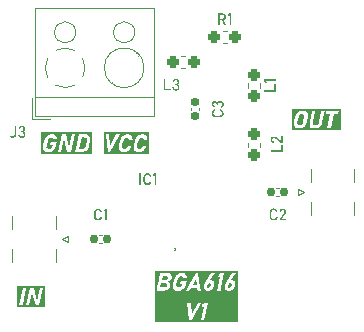
<source format=gbr>
%TF.GenerationSoftware,KiCad,Pcbnew,8.0.2*%
%TF.CreationDate,2025-01-11T00:45:03-03:00*%
%TF.ProjectId,rx_amp,72785f61-6d70-42e6-9b69-6361645f7063,rev?*%
%TF.SameCoordinates,Original*%
%TF.FileFunction,Legend,Top*%
%TF.FilePolarity,Positive*%
%FSLAX46Y46*%
G04 Gerber Fmt 4.6, Leading zero omitted, Abs format (unit mm)*
G04 Created by KiCad (PCBNEW 8.0.2) date 2025-01-11 00:45:03*
%MOMM*%
%LPD*%
G01*
G04 APERTURE LIST*
G04 Aperture macros list*
%AMRoundRect*
0 Rectangle with rounded corners*
0 $1 Rounding radius*
0 $2 $3 $4 $5 $6 $7 $8 $9 X,Y pos of 4 corners*
0 Add a 4 corners polygon primitive as box body*
4,1,4,$2,$3,$4,$5,$6,$7,$8,$9,$2,$3,0*
0 Add four circle primitives for the rounded corners*
1,1,$1+$1,$2,$3*
1,1,$1+$1,$4,$5*
1,1,$1+$1,$6,$7*
1,1,$1+$1,$8,$9*
0 Add four rect primitives between the rounded corners*
20,1,$1+$1,$2,$3,$4,$5,0*
20,1,$1+$1,$4,$5,$6,$7,0*
20,1,$1+$1,$6,$7,$8,$9,0*
20,1,$1+$1,$8,$9,$2,$3,0*%
G04 Aperture macros list end*
%ADD10C,0.300000*%
%ADD11C,0.150000*%
%ADD12C,0.250000*%
%ADD13C,0.120000*%
%ADD14C,0.200000*%
%ADD15RoundRect,0.237500X-0.287500X-0.237500X0.287500X-0.237500X0.287500X0.237500X-0.287500X0.237500X0*%
%ADD16C,3.200000*%
%ADD17RoundRect,0.155000X-0.155000X0.212500X-0.155000X-0.212500X0.155000X-0.212500X0.155000X0.212500X0*%
%ADD18RoundRect,0.155000X-0.212500X-0.155000X0.212500X-0.155000X0.212500X0.155000X-0.212500X0.155000X0*%
%ADD19R,3.600000X1.270000*%
%ADD20R,4.200000X1.350000*%
%ADD21RoundRect,0.237500X-0.237500X0.287500X-0.237500X-0.287500X0.237500X-0.287500X0.237500X0.287500X0*%
%ADD22R,0.500000X0.580000*%
%ADD23R,0.800000X0.580000*%
%ADD24R,2.500000X2.500000*%
%ADD25C,2.500000*%
G04 APERTURE END LIST*
D10*
G36*
X127259805Y-114752275D02*
G01*
X127320743Y-114797566D01*
X127337950Y-114862293D01*
X127330635Y-114938982D01*
X127330635Y-114939715D01*
X127309858Y-115003158D01*
X127265422Y-115063913D01*
X127218449Y-115093465D01*
X127143423Y-115107144D01*
X127105923Y-115103753D01*
X127040108Y-115064279D01*
X127021905Y-115015882D01*
X127026187Y-114941181D01*
X127026553Y-114940448D01*
X127029054Y-114929115D01*
X127053298Y-114858840D01*
X127095429Y-114797932D01*
X127143555Y-114763371D01*
X127217795Y-114747374D01*
X127259805Y-114752275D01*
G37*
G36*
X129034474Y-114752275D02*
G01*
X129095412Y-114797566D01*
X129112619Y-114862293D01*
X129105304Y-114938982D01*
X129105304Y-114939715D01*
X129084527Y-115003158D01*
X129040091Y-115063913D01*
X128993118Y-115093465D01*
X128918092Y-115107144D01*
X128880592Y-115103753D01*
X128814777Y-115064279D01*
X128796573Y-115015882D01*
X128800855Y-114941181D01*
X128801221Y-114940448D01*
X128803723Y-114929115D01*
X128827966Y-114858840D01*
X128870098Y-114797932D01*
X128918223Y-114763371D01*
X128992464Y-114747374D01*
X129034474Y-114752275D01*
G37*
G36*
X123534071Y-114741991D02*
G01*
X123597750Y-114779614D01*
X123624952Y-114835851D01*
X123622296Y-114911505D01*
X123621563Y-114914436D01*
X123620444Y-114919643D01*
X123593262Y-114989083D01*
X123542795Y-115045228D01*
X123531030Y-115053543D01*
X123463416Y-115082851D01*
X123387090Y-115091756D01*
X123076270Y-115091756D01*
X123150824Y-114733086D01*
X123461462Y-114733086D01*
X123534071Y-114741991D01*
G37*
G36*
X123641988Y-114147704D02*
G01*
X123708392Y-114181707D01*
X123730996Y-114219358D01*
X123731839Y-114294181D01*
X123707689Y-114361248D01*
X123659299Y-114418379D01*
X123591470Y-114452682D01*
X123517882Y-114462342D01*
X123207102Y-114462342D01*
X123273660Y-114142140D01*
X123584561Y-114142140D01*
X123641988Y-114147704D01*
G37*
G36*
X126150318Y-114852887D02*
G01*
X125801733Y-114852887D01*
X126081699Y-114344373D01*
X126150318Y-114852887D01*
G37*
G36*
X129623314Y-118049167D02*
G01*
X122578553Y-118049167D01*
X122578553Y-116391397D01*
X125354833Y-116391397D01*
X125530687Y-117882500D01*
X125745377Y-117882500D01*
X126515108Y-117882500D01*
X126789881Y-117882500D01*
X127099826Y-116391397D01*
X126864986Y-116391397D01*
X126626849Y-116492147D01*
X126564934Y-116790368D01*
X126756542Y-116721857D01*
X126515108Y-117882500D01*
X125745377Y-117882500D01*
X126540387Y-116391397D01*
X126257554Y-116391397D01*
X125740980Y-117386076D01*
X125637666Y-116391397D01*
X125354833Y-116391397D01*
X122578553Y-116391397D01*
X122578553Y-115362500D01*
X122745220Y-115362500D01*
X122865754Y-115362500D01*
X123357048Y-115362500D01*
X123421980Y-115359915D01*
X123495104Y-115349988D01*
X123573806Y-115328999D01*
X123645390Y-115297876D01*
X123709857Y-115256620D01*
X123743202Y-115228691D01*
X123794090Y-115173230D01*
X123835476Y-115109389D01*
X123867360Y-115037168D01*
X123884703Y-114974713D01*
X124131612Y-114974713D01*
X124136149Y-115051475D01*
X124154990Y-115129492D01*
X124160511Y-115144076D01*
X124195759Y-115210773D01*
X124243744Y-115267095D01*
X124304466Y-115313040D01*
X124346627Y-115335078D01*
X124417016Y-115359585D01*
X124495983Y-115373834D01*
X124573378Y-115377887D01*
X124651894Y-115373559D01*
X124715849Y-115362500D01*
X125225140Y-115362500D01*
X125521162Y-115362500D01*
X125652674Y-115123630D01*
X126186853Y-115123630D01*
X126219086Y-115362500D01*
X126514742Y-115362500D01*
X126461270Y-115040560D01*
X126739635Y-115040560D01*
X126742621Y-115117860D01*
X126761488Y-115194911D01*
X126796843Y-115259918D01*
X126802405Y-115267175D01*
X126862609Y-115322128D01*
X126931451Y-115355307D01*
X127003522Y-115372242D01*
X127086637Y-115377887D01*
X127136514Y-115376021D01*
X127218757Y-115363774D01*
X127222837Y-115362500D01*
X127888242Y-115362500D01*
X128163015Y-115362500D01*
X128229934Y-115040560D01*
X128514304Y-115040560D01*
X128517289Y-115117860D01*
X128536157Y-115194911D01*
X128571511Y-115259918D01*
X128577073Y-115267175D01*
X128637278Y-115322128D01*
X128706120Y-115355307D01*
X128778190Y-115372242D01*
X128861305Y-115377887D01*
X128911182Y-115376021D01*
X128993426Y-115363774D01*
X129069253Y-115340097D01*
X129138663Y-115304990D01*
X129201658Y-115258452D01*
X129249807Y-115210251D01*
X129297810Y-115145388D01*
X129337012Y-115071234D01*
X129363609Y-115000278D01*
X129383741Y-114922496D01*
X129383741Y-114921397D01*
X129388814Y-114895256D01*
X129398418Y-114821334D01*
X129398977Y-114743621D01*
X129385576Y-114666055D01*
X129352600Y-114593135D01*
X129308270Y-114542164D01*
X129242633Y-114502230D01*
X129170276Y-114482206D01*
X129096145Y-114476631D01*
X129087868Y-114476730D01*
X129039741Y-114484225D01*
X129456647Y-113871397D01*
X129145604Y-113871397D01*
X128716591Y-114513633D01*
X128708102Y-114526430D01*
X128667888Y-114591016D01*
X128631394Y-114656604D01*
X128598622Y-114723194D01*
X128573120Y-114782529D01*
X128548247Y-114852767D01*
X128529013Y-114926526D01*
X128529013Y-114927625D01*
X128521791Y-114966964D01*
X128516815Y-115015882D01*
X128514304Y-115040560D01*
X128229934Y-115040560D01*
X128472959Y-113871397D01*
X128238120Y-113871397D01*
X127999983Y-113972147D01*
X127938067Y-114270368D01*
X128129676Y-114201857D01*
X127888242Y-115362500D01*
X127222837Y-115362500D01*
X127294584Y-115340097D01*
X127363995Y-115304990D01*
X127426989Y-115258452D01*
X127475139Y-115210251D01*
X127523141Y-115145388D01*
X127562343Y-115071234D01*
X127588941Y-115000278D01*
X127609072Y-114922496D01*
X127609072Y-114921397D01*
X127614145Y-114895256D01*
X127623750Y-114821334D01*
X127624308Y-114743621D01*
X127610907Y-114666055D01*
X127577931Y-114593135D01*
X127533601Y-114542164D01*
X127467965Y-114502230D01*
X127395608Y-114482206D01*
X127321476Y-114476631D01*
X127313200Y-114476730D01*
X127265073Y-114484225D01*
X127681979Y-113871397D01*
X127370935Y-113871397D01*
X126941923Y-114513633D01*
X126933433Y-114526430D01*
X126893219Y-114591016D01*
X126856726Y-114656604D01*
X126823953Y-114723194D01*
X126798451Y-114782529D01*
X126773578Y-114852767D01*
X126754344Y-114926526D01*
X126754344Y-114927625D01*
X126747123Y-114966964D01*
X126742146Y-115015882D01*
X126739635Y-115040560D01*
X126461270Y-115040560D01*
X126267080Y-113871397D01*
X126092690Y-113871397D01*
X125521642Y-114852887D01*
X125225140Y-115362500D01*
X124715849Y-115362500D01*
X124726976Y-115360576D01*
X124798623Y-115338938D01*
X124866836Y-115308644D01*
X124930949Y-115270496D01*
X124989934Y-115225296D01*
X125043789Y-115173043D01*
X125092516Y-115113738D01*
X125098230Y-115105843D01*
X125139927Y-115039691D01*
X125174480Y-114968227D01*
X125201889Y-114891451D01*
X125220011Y-114819914D01*
X125280461Y-114529021D01*
X124774878Y-114529021D01*
X124718824Y-114799398D01*
X124939376Y-114799398D01*
X124933880Y-114824310D01*
X124915050Y-114889647D01*
X124880070Y-114957776D01*
X124826902Y-115017384D01*
X124778718Y-115050856D01*
X124706899Y-115078445D01*
X124633462Y-115086627D01*
X124599489Y-115085071D01*
X124524304Y-115066457D01*
X124464568Y-115022880D01*
X124446415Y-114997369D01*
X124425298Y-114926423D01*
X124430862Y-114852887D01*
X124522453Y-114412883D01*
X124543605Y-114342780D01*
X124579765Y-114276163D01*
X124629431Y-114220542D01*
X124678089Y-114185122D01*
X124750088Y-114155927D01*
X124823238Y-114147269D01*
X124885018Y-114154843D01*
X124954763Y-114186837D01*
X124995415Y-114227839D01*
X125019243Y-114299310D01*
X125315998Y-114299310D01*
X125316036Y-114291009D01*
X125310512Y-114211654D01*
X125294255Y-114138953D01*
X125263974Y-114066669D01*
X125226444Y-114008716D01*
X125175159Y-113954968D01*
X125113399Y-113911697D01*
X125107296Y-113908293D01*
X125035638Y-113877986D01*
X124963281Y-113861778D01*
X124884055Y-113856376D01*
X124805355Y-113860704D01*
X124730090Y-113873687D01*
X124658260Y-113895325D01*
X124589864Y-113925619D01*
X124525750Y-113963583D01*
X124466766Y-114008600D01*
X124412910Y-114060670D01*
X124364184Y-114119792D01*
X124358492Y-114127642D01*
X124316979Y-114193485D01*
X124282609Y-114264731D01*
X124255384Y-114341381D01*
X124237422Y-114412883D01*
X124145831Y-114852887D01*
X124137457Y-114901274D01*
X124131612Y-114974713D01*
X123884703Y-114974713D01*
X123889742Y-114956568D01*
X123890475Y-114953271D01*
X123894008Y-114934897D01*
X123901018Y-114857633D01*
X123891745Y-114782185D01*
X123860799Y-114711837D01*
X123852927Y-114700532D01*
X123798321Y-114648437D01*
X123732075Y-114615880D01*
X123658933Y-114598630D01*
X123685082Y-114593634D01*
X123758315Y-114572269D01*
X123830507Y-114537314D01*
X123893039Y-114490553D01*
X123904325Y-114479795D01*
X123953112Y-114420640D01*
X123989161Y-114352541D01*
X124012474Y-114275497D01*
X124022709Y-114206297D01*
X124021610Y-114123567D01*
X124000229Y-114043524D01*
X123957519Y-113977276D01*
X123945199Y-113964455D01*
X123878387Y-113916995D01*
X123803380Y-113888871D01*
X123725690Y-113875119D01*
X123650140Y-113871397D01*
X123329937Y-113871397D01*
X123055164Y-113871397D01*
X122932329Y-114462342D01*
X122801497Y-115091756D01*
X122745220Y-115362500D01*
X122578553Y-115362500D01*
X122578553Y-113689709D01*
X129623314Y-113689709D01*
X129623314Y-118049167D01*
G37*
G36*
X135100551Y-100398755D02*
G01*
X135174392Y-100419615D01*
X135231734Y-100468452D01*
X135253281Y-100507126D01*
X135267685Y-100582572D01*
X135259944Y-100658595D01*
X135169086Y-101095301D01*
X135148091Y-101164524D01*
X135111939Y-101230256D01*
X135062107Y-101285078D01*
X135013511Y-101319790D01*
X134941143Y-101348400D01*
X134867201Y-101356885D01*
X134833617Y-101355132D01*
X134759860Y-101334165D01*
X134702338Y-101285078D01*
X134680791Y-101246289D01*
X134666386Y-101170951D01*
X134674128Y-101095301D01*
X134764986Y-100658595D01*
X134785980Y-100589022D01*
X134822132Y-100523152D01*
X134871964Y-100468452D01*
X134920709Y-100433918D01*
X134993094Y-100405453D01*
X135066870Y-100397011D01*
X135100551Y-100398755D01*
G37*
G36*
X138345435Y-101804554D02*
G01*
X134208317Y-101804554D01*
X134208317Y-101224813D01*
X134374984Y-101224813D01*
X134380004Y-101304324D01*
X134396790Y-101377402D01*
X134402082Y-101392708D01*
X134436185Y-101462667D01*
X134483026Y-101521679D01*
X134542603Y-101569743D01*
X134584115Y-101592901D01*
X134653677Y-101618655D01*
X134731990Y-101633628D01*
X134808950Y-101637887D01*
X134887535Y-101633628D01*
X134962823Y-101620851D01*
X135034813Y-101599556D01*
X135103506Y-101569743D01*
X135167918Y-101532168D01*
X135227063Y-101487586D01*
X135280941Y-101435997D01*
X135329553Y-101377402D01*
X135371914Y-101312761D01*
X135396075Y-101264802D01*
X135697881Y-101264802D01*
X135706060Y-101343001D01*
X135730155Y-101423619D01*
X135769923Y-101492807D01*
X135776865Y-101501732D01*
X135833373Y-101556279D01*
X135903730Y-101596941D01*
X135975059Y-101620744D01*
X136056564Y-101634345D01*
X136132257Y-101637887D01*
X136179187Y-101636612D01*
X136254096Y-101628819D01*
X136338533Y-101610118D01*
X136417020Y-101581215D01*
X136489555Y-101542111D01*
X136556141Y-101492807D01*
X136606455Y-101444553D01*
X136659418Y-101378951D01*
X136704291Y-101304951D01*
X136735508Y-101236870D01*
X136761107Y-101162956D01*
X136781088Y-101083211D01*
X136922650Y-100402140D01*
X137053297Y-100402140D01*
X137450352Y-100402140D01*
X137196546Y-101622500D01*
X137471319Y-101622500D01*
X137725125Y-100402140D01*
X138122714Y-100402140D01*
X138178768Y-100131397D01*
X137109351Y-100131397D01*
X137053297Y-100402140D01*
X136922650Y-100402140D01*
X136978925Y-100131397D01*
X136704152Y-100131397D01*
X136504850Y-101090172D01*
X136482696Y-101164697D01*
X136445765Y-101233699D01*
X136395673Y-101289108D01*
X136334196Y-101329365D01*
X136263108Y-101352911D01*
X136190143Y-101359816D01*
X136146591Y-101357330D01*
X136074326Y-101337444D01*
X136015021Y-101289108D01*
X135990198Y-101239298D01*
X135980718Y-101164697D01*
X135989742Y-101090172D01*
X136189044Y-100131397D01*
X135913904Y-100131397D01*
X135716067Y-101083211D01*
X135712793Y-101099627D01*
X135701217Y-101178206D01*
X135697881Y-101264802D01*
X135396075Y-101264802D01*
X135407039Y-101243038D01*
X135434929Y-101168231D01*
X135455582Y-101088340D01*
X135543510Y-100665922D01*
X135553784Y-100605056D01*
X135559268Y-100528589D01*
X135554216Y-100448968D01*
X135537282Y-100376128D01*
X135531989Y-100360911D01*
X135497886Y-100291309D01*
X135451046Y-100232512D01*
X135391469Y-100184520D01*
X135349969Y-100161362D01*
X135280475Y-100135608D01*
X135202287Y-100120635D01*
X135125488Y-100116376D01*
X135046743Y-100120635D01*
X134971341Y-100133412D01*
X134899281Y-100154707D01*
X134830565Y-100184520D01*
X134766154Y-100222049D01*
X134707009Y-100266494D01*
X134653130Y-100317853D01*
X134604518Y-100376128D01*
X134562295Y-100440540D01*
X134527215Y-100510309D01*
X134499280Y-100585437D01*
X134478489Y-100665922D01*
X134390562Y-101088340D01*
X134380399Y-101148735D01*
X134378818Y-101170951D01*
X134374984Y-101224813D01*
X134208317Y-101224813D01*
X134208317Y-99949709D01*
X138345435Y-99949709D01*
X138345435Y-101804554D01*
G37*
G36*
X122139763Y-103804554D02*
G01*
X118269324Y-103804554D01*
X118269324Y-102131397D01*
X118435991Y-102131397D01*
X118611845Y-103622500D01*
X118826535Y-103622500D01*
X119037676Y-103226488D01*
X119552815Y-103226488D01*
X119555796Y-103308933D01*
X119570254Y-103383264D01*
X119575054Y-103398602D01*
X119607040Y-103468340D01*
X119652334Y-103526486D01*
X119710938Y-103573040D01*
X119752309Y-103595078D01*
X119822672Y-103619585D01*
X119903005Y-103633834D01*
X119982780Y-103637887D01*
X120025496Y-103636411D01*
X120100129Y-103626316D01*
X120171864Y-103606658D01*
X120240701Y-103577437D01*
X120277636Y-103557204D01*
X120341009Y-103514024D01*
X120400382Y-103462150D01*
X120455757Y-103401582D01*
X120461655Y-103394323D01*
X120506494Y-103332899D01*
X120547166Y-103265523D01*
X120566598Y-103226488D01*
X120810177Y-103226488D01*
X120813159Y-103308933D01*
X120827616Y-103383264D01*
X120832416Y-103398602D01*
X120864402Y-103468340D01*
X120909696Y-103526486D01*
X120968300Y-103573040D01*
X121009671Y-103595078D01*
X121080034Y-103619585D01*
X121160367Y-103633834D01*
X121240143Y-103637887D01*
X121282858Y-103636411D01*
X121357491Y-103626316D01*
X121429226Y-103606658D01*
X121498063Y-103577437D01*
X121534998Y-103557204D01*
X121598371Y-103514024D01*
X121657745Y-103462150D01*
X121713119Y-103401582D01*
X121719017Y-103394323D01*
X121763856Y-103332899D01*
X121804529Y-103265523D01*
X121841033Y-103192192D01*
X121869556Y-103123145D01*
X121584525Y-103123145D01*
X121556447Y-103182000D01*
X121515832Y-103243072D01*
X121463625Y-103296069D01*
X121444700Y-103310323D01*
X121374676Y-103345245D01*
X121298761Y-103356885D01*
X121264325Y-103355132D01*
X121190028Y-103334165D01*
X121134630Y-103285078D01*
X121111617Y-103234402D01*
X121103649Y-103158290D01*
X121113381Y-103082112D01*
X121198377Y-102672883D01*
X121220330Y-102596670D01*
X121256049Y-102526140D01*
X121303890Y-102469551D01*
X121351095Y-102434485D01*
X121423051Y-102405583D01*
X121498063Y-102397011D01*
X121529880Y-102399213D01*
X121598813Y-102424855D01*
X121620977Y-102442400D01*
X121663660Y-102504356D01*
X121680307Y-102557937D01*
X121687107Y-102631118D01*
X121972138Y-102631118D01*
X121973096Y-102581034D01*
X121969083Y-102505924D01*
X121956412Y-102428815D01*
X121932205Y-102352315D01*
X121898173Y-102285746D01*
X121849829Y-102224836D01*
X121790055Y-102176826D01*
X121777981Y-102169506D01*
X121705587Y-102137687D01*
X121630983Y-102121158D01*
X121556681Y-102116376D01*
X121475188Y-102120475D01*
X121398137Y-102132771D01*
X121325528Y-102153264D01*
X121257362Y-102181955D01*
X121209573Y-102208608D01*
X121143637Y-102256316D01*
X121084598Y-102313297D01*
X121037910Y-102371732D01*
X121027162Y-102387420D01*
X120988121Y-102454350D01*
X120955400Y-102527966D01*
X120931954Y-102597865D01*
X120913346Y-102672883D01*
X120828349Y-103082112D01*
X120817161Y-103146392D01*
X120810177Y-103226488D01*
X120566598Y-103226488D01*
X120583671Y-103192192D01*
X120612194Y-103123145D01*
X120327163Y-103123145D01*
X120299084Y-103182000D01*
X120258470Y-103243072D01*
X120206263Y-103296069D01*
X120187338Y-103310323D01*
X120117313Y-103345245D01*
X120041399Y-103356885D01*
X120006963Y-103355132D01*
X119932666Y-103334165D01*
X119877268Y-103285078D01*
X119854255Y-103234402D01*
X119846287Y-103158290D01*
X119856018Y-103082112D01*
X119941015Y-102672883D01*
X119962968Y-102596670D01*
X119998687Y-102526140D01*
X120046528Y-102469551D01*
X120093733Y-102434485D01*
X120165689Y-102405583D01*
X120240701Y-102397011D01*
X120272518Y-102399213D01*
X120341451Y-102424855D01*
X120363614Y-102442400D01*
X120406298Y-102504356D01*
X120422945Y-102557937D01*
X120429745Y-102631118D01*
X120714776Y-102631118D01*
X120715733Y-102581034D01*
X120711720Y-102505924D01*
X120699050Y-102428815D01*
X120674843Y-102352315D01*
X120640811Y-102285746D01*
X120592466Y-102224836D01*
X120532693Y-102176826D01*
X120520619Y-102169506D01*
X120448224Y-102137687D01*
X120373621Y-102121158D01*
X120299319Y-102116376D01*
X120217826Y-102120475D01*
X120140775Y-102132771D01*
X120068166Y-102153264D01*
X120000000Y-102181955D01*
X119952211Y-102208608D01*
X119886275Y-102256316D01*
X119827236Y-102313297D01*
X119780547Y-102371732D01*
X119769800Y-102387420D01*
X119730759Y-102454350D01*
X119698038Y-102527966D01*
X119674592Y-102597865D01*
X119655984Y-102672883D01*
X119570987Y-103082112D01*
X119559799Y-103146392D01*
X119552815Y-103226488D01*
X119037676Y-103226488D01*
X119621545Y-102131397D01*
X119338712Y-102131397D01*
X118822138Y-103126076D01*
X118718824Y-102131397D01*
X118435991Y-102131397D01*
X118269324Y-102131397D01*
X118269324Y-101949709D01*
X122139763Y-101949709D01*
X122139763Y-103804554D01*
G37*
G36*
X113308258Y-116789167D02*
G01*
X110950029Y-116789167D01*
X110950029Y-116622500D01*
X111116696Y-116622500D01*
X111401727Y-116622500D01*
X111401956Y-116621400D01*
X111714603Y-116621400D01*
X111977286Y-116621400D01*
X112200740Y-115545874D01*
X112494226Y-116621400D01*
X112832014Y-116621400D01*
X113141591Y-115131397D01*
X112878542Y-115131397D01*
X112651862Y-116222396D01*
X112360136Y-115131397D01*
X112024180Y-115131397D01*
X111714603Y-116621400D01*
X111401956Y-116621400D01*
X111711672Y-115131397D01*
X111426640Y-115131397D01*
X111116696Y-116622500D01*
X110950029Y-116622500D01*
X110950029Y-114964730D01*
X113308258Y-114964730D01*
X113308258Y-116789167D01*
G37*
G36*
X116680193Y-102406308D02*
G01*
X116751497Y-102425647D01*
X116812771Y-102468818D01*
X116837638Y-102505615D01*
X116855191Y-102580158D01*
X116847942Y-102657496D01*
X116756717Y-103096400D01*
X116734764Y-103166739D01*
X116696400Y-103232046D01*
X116643144Y-103284712D01*
X116637602Y-103288836D01*
X116570501Y-103325567D01*
X116499733Y-103345209D01*
X116419662Y-103351756D01*
X116205929Y-103351756D01*
X116403319Y-102402140D01*
X116617132Y-102402140D01*
X116680193Y-102406308D01*
G37*
G36*
X117312955Y-103804554D02*
G01*
X112963480Y-103804554D01*
X112963480Y-103234713D01*
X113130147Y-103234713D01*
X113134684Y-103311475D01*
X113153525Y-103389492D01*
X113159046Y-103404076D01*
X113194294Y-103470773D01*
X113242279Y-103527095D01*
X113303001Y-103573040D01*
X113345162Y-103595078D01*
X113415551Y-103619585D01*
X113494518Y-103633834D01*
X113571913Y-103637887D01*
X113650429Y-103633559D01*
X113714385Y-103622500D01*
X115874878Y-103622500D01*
X116013364Y-103622500D01*
X116356281Y-103622500D01*
X116380037Y-103622238D01*
X116460120Y-103617196D01*
X116535433Y-103605738D01*
X116615667Y-103584787D01*
X116689673Y-103555455D01*
X116757427Y-103518452D01*
X116818541Y-103474855D01*
X116873015Y-103424663D01*
X116920848Y-103367876D01*
X116962019Y-103305205D01*
X116996136Y-103237725D01*
X117023201Y-103165437D01*
X117043214Y-103088340D01*
X117131141Y-102665922D01*
X117134269Y-102650143D01*
X117144820Y-102574595D01*
X117146288Y-102491304D01*
X117135546Y-102416051D01*
X117107582Y-102338413D01*
X117062998Y-102271714D01*
X117038977Y-102246638D01*
X116972408Y-102197719D01*
X116903629Y-102166476D01*
X116824031Y-102145100D01*
X116749434Y-102134823D01*
X116667324Y-102131397D01*
X116459596Y-102131397D01*
X116184823Y-102131397D01*
X115931156Y-103351756D01*
X115874878Y-103622500D01*
X113714385Y-103622500D01*
X113720746Y-103621400D01*
X114405391Y-103621400D01*
X114668074Y-103621400D01*
X114891529Y-102545872D01*
X115185014Y-103621400D01*
X115522802Y-103621400D01*
X115832380Y-102131397D01*
X115569331Y-102131397D01*
X115342651Y-103222396D01*
X115050925Y-102131397D01*
X114714969Y-102131397D01*
X114405391Y-103621400D01*
X113720746Y-103621400D01*
X113725511Y-103620576D01*
X113797158Y-103598938D01*
X113865370Y-103568644D01*
X113929484Y-103530496D01*
X113988469Y-103485296D01*
X114042324Y-103433043D01*
X114091051Y-103373738D01*
X114096765Y-103365843D01*
X114138462Y-103299691D01*
X114173015Y-103228227D01*
X114200423Y-103151451D01*
X114218545Y-103079914D01*
X114278996Y-102789021D01*
X113773413Y-102789021D01*
X113717359Y-103059398D01*
X113937910Y-103059398D01*
X113932415Y-103084310D01*
X113913584Y-103149647D01*
X113878605Y-103217776D01*
X113825437Y-103277384D01*
X113777253Y-103310856D01*
X113705434Y-103338445D01*
X113631996Y-103346627D01*
X113598024Y-103345071D01*
X113522838Y-103326457D01*
X113463102Y-103282880D01*
X113444950Y-103257369D01*
X113423833Y-103186423D01*
X113429397Y-103112887D01*
X113520988Y-102672883D01*
X113542140Y-102602780D01*
X113578300Y-102536163D01*
X113627966Y-102480542D01*
X113676624Y-102445122D01*
X113748623Y-102415927D01*
X113821773Y-102407269D01*
X113883553Y-102414843D01*
X113953298Y-102446837D01*
X113993950Y-102487839D01*
X114017778Y-102559310D01*
X114314533Y-102559310D01*
X114314571Y-102551009D01*
X114309047Y-102471654D01*
X114292789Y-102398953D01*
X114262509Y-102326669D01*
X114224978Y-102268716D01*
X114173694Y-102214968D01*
X114111933Y-102171697D01*
X114105831Y-102168293D01*
X114034173Y-102137986D01*
X113961816Y-102121778D01*
X113882589Y-102116376D01*
X113803890Y-102120704D01*
X113728625Y-102133687D01*
X113656795Y-102155325D01*
X113588399Y-102185619D01*
X113524285Y-102223583D01*
X113465301Y-102268600D01*
X113411445Y-102320670D01*
X113362719Y-102379792D01*
X113357027Y-102387642D01*
X113315513Y-102453485D01*
X113281144Y-102524731D01*
X113253918Y-102601381D01*
X113235957Y-102672883D01*
X113144365Y-103112887D01*
X113135992Y-103161274D01*
X113130147Y-103234713D01*
X112963480Y-103234713D01*
X112963480Y-101949709D01*
X117312955Y-101949709D01*
X117312955Y-103804554D01*
G37*
D11*
G36*
X127995150Y-92464658D02*
G01*
X127995150Y-92332034D01*
X128334159Y-92332034D01*
X128382792Y-92323946D01*
X128424731Y-92297331D01*
X128431857Y-92289780D01*
X128457068Y-92247358D01*
X128467837Y-92198589D01*
X128468737Y-92177428D01*
X128462650Y-92125385D01*
X128442481Y-92079437D01*
X128431857Y-92065565D01*
X128392022Y-92035061D01*
X128341668Y-92023233D01*
X128334159Y-92023066D01*
X127995150Y-92023066D01*
X127995150Y-91890443D01*
X128328786Y-91890443D01*
X128380855Y-91893949D01*
X128428678Y-91904468D01*
X128476379Y-91924137D01*
X128480461Y-91926346D01*
X128521692Y-91954378D01*
X128556055Y-91989105D01*
X128581333Y-92026486D01*
X128601774Y-92073303D01*
X128613731Y-92125431D01*
X128617237Y-92177428D01*
X128613683Y-92229215D01*
X128601564Y-92281332D01*
X128580845Y-92328370D01*
X128552616Y-92369323D01*
X128517634Y-92403523D01*
X128479972Y-92428754D01*
X128433016Y-92449195D01*
X128380807Y-92461151D01*
X128328786Y-92464658D01*
X127995150Y-92464658D01*
G37*
G36*
X127934334Y-92885000D02*
G01*
X127934334Y-91890443D01*
X128073797Y-91890443D01*
X128073797Y-92885000D01*
X127934334Y-92885000D01*
G37*
G36*
X128493406Y-92885000D02*
G01*
X128265771Y-92433883D01*
X128404501Y-92402376D01*
X128659002Y-92885000D01*
X128493406Y-92885000D01*
G37*
G36*
X129066155Y-91891175D02*
G01*
X129066155Y-92885000D01*
X128926693Y-92885000D01*
X128926693Y-92042850D01*
X128785276Y-92129556D01*
X128785276Y-91985453D01*
X128926693Y-91891175D01*
X129066155Y-91891175D01*
G37*
G36*
X123352268Y-98415000D02*
G01*
X123352268Y-97421175D01*
X123491731Y-97421175D01*
X123491731Y-98415000D01*
X123352268Y-98415000D01*
G37*
G36*
X123421877Y-98415000D02*
G01*
X123421877Y-98282376D01*
X123990719Y-98282376D01*
X123990719Y-98415000D01*
X123421877Y-98415000D01*
G37*
G36*
X124390788Y-98425258D02*
G01*
X124340304Y-98422300D01*
X124289454Y-98412215D01*
X124243510Y-98394972D01*
X124199569Y-98368296D01*
X124162635Y-98334064D01*
X124141905Y-98307044D01*
X124117141Y-98260527D01*
X124101139Y-98211792D01*
X124092812Y-98167581D01*
X124234962Y-98167581D01*
X124249327Y-98217196D01*
X124280514Y-98257756D01*
X124285520Y-98261615D01*
X124332353Y-98283780D01*
X124382850Y-98291053D01*
X124390788Y-98291168D01*
X124441830Y-98285082D01*
X124488001Y-98262932D01*
X124498011Y-98254288D01*
X124525535Y-98213111D01*
X124536020Y-98162768D01*
X124536357Y-98150484D01*
X124536357Y-98120443D01*
X124531274Y-98069346D01*
X124512494Y-98021802D01*
X124500209Y-98005404D01*
X124459666Y-97976127D01*
X124409817Y-97964974D01*
X124397627Y-97964616D01*
X124327285Y-97964616D01*
X124327285Y-97831992D01*
X124397627Y-97831992D01*
X124446854Y-97824317D01*
X124488241Y-97797065D01*
X124513016Y-97751890D01*
X124519962Y-97702576D01*
X124519993Y-97698635D01*
X124519993Y-97667861D01*
X124512533Y-97618580D01*
X124486043Y-97577002D01*
X124442166Y-97551846D01*
X124390056Y-97544762D01*
X124341512Y-97552212D01*
X124300907Y-97574560D01*
X124270010Y-97612967D01*
X124252392Y-97660698D01*
X124250593Y-97668593D01*
X124109176Y-97668593D01*
X124120974Y-97617414D01*
X124140582Y-97565478D01*
X124166724Y-97520534D01*
X124199399Y-97482581D01*
X124203943Y-97478328D01*
X124243144Y-97448836D01*
X124287230Y-97427770D01*
X124336200Y-97415130D01*
X124390056Y-97410917D01*
X124443576Y-97414155D01*
X124491509Y-97423867D01*
X124539449Y-97442895D01*
X124580093Y-97470380D01*
X124589114Y-97478572D01*
X124623117Y-97520995D01*
X124644000Y-97566035D01*
X124656090Y-97617975D01*
X124659456Y-97669082D01*
X124659456Y-97685690D01*
X124654694Y-97734596D01*
X124638637Y-97782681D01*
X124619156Y-97815139D01*
X124584225Y-97852302D01*
X124539883Y-97881359D01*
X124505094Y-97896228D01*
X124552349Y-97911350D01*
X124596066Y-97938232D01*
X124631123Y-97975851D01*
X124656571Y-98022820D01*
X124670538Y-98072432D01*
X124675645Y-98122711D01*
X124675820Y-98134609D01*
X124675820Y-98151217D01*
X124672255Y-98205473D01*
X124661561Y-98254120D01*
X124640610Y-98302846D01*
X124610347Y-98344245D01*
X124601326Y-98353450D01*
X124560232Y-98384866D01*
X124511444Y-98407306D01*
X124462444Y-98419578D01*
X124407553Y-98424977D01*
X124390788Y-98425258D01*
G37*
G36*
X128425258Y-100350732D02*
G01*
X128422373Y-100401030D01*
X128412230Y-100453785D01*
X128394784Y-100502482D01*
X128379096Y-100532693D01*
X128350193Y-100573756D01*
X128315417Y-100609294D01*
X128274768Y-100639307D01*
X128249647Y-100653593D01*
X128200458Y-100674372D01*
X128153037Y-100687134D01*
X128102135Y-100694523D01*
X128054741Y-100696580D01*
X127781922Y-100696580D01*
X127727670Y-100693893D01*
X127677020Y-100685833D01*
X127629972Y-100672399D01*
X127586528Y-100653593D01*
X127542517Y-100626650D01*
X127504456Y-100594182D01*
X127472347Y-100556188D01*
X127457079Y-100532693D01*
X127434764Y-100486700D01*
X127419753Y-100436651D01*
X127412044Y-100382544D01*
X127410917Y-100350732D01*
X127414519Y-100298301D01*
X127425324Y-100248779D01*
X127443332Y-100202168D01*
X127447798Y-100193195D01*
X127473734Y-100150758D01*
X127505443Y-100112900D01*
X127542924Y-100079622D01*
X127551113Y-100073516D01*
X127594699Y-100046473D01*
X127642723Y-100025488D01*
X127689737Y-100011781D01*
X127706207Y-100008303D01*
X127706207Y-100151185D01*
X127658721Y-100169902D01*
X127622431Y-100194660D01*
X127587140Y-100232133D01*
X127566744Y-100265979D01*
X127550550Y-100312991D01*
X127546716Y-100350732D01*
X127551836Y-100399412D01*
X127569534Y-100446839D01*
X127599874Y-100487253D01*
X127611441Y-100498010D01*
X127655795Y-100527376D01*
X127702649Y-100544507D01*
X127756070Y-100552827D01*
X127781922Y-100553697D01*
X128054741Y-100553697D01*
X128105132Y-100550217D01*
X128155580Y-100537981D01*
X128203885Y-100514053D01*
X128224979Y-100498010D01*
X128258853Y-100459699D01*
X128280181Y-100414376D01*
X128288964Y-100362040D01*
X128289214Y-100350732D01*
X128282442Y-100299194D01*
X128264170Y-100253839D01*
X128248182Y-100228366D01*
X128212324Y-100190608D01*
X128170523Y-100165289D01*
X128129968Y-100151185D01*
X128129968Y-100008303D01*
X128178199Y-100020413D01*
X128227620Y-100039713D01*
X128272653Y-100065168D01*
X128285307Y-100074004D01*
X128323813Y-100106448D01*
X128356595Y-100143327D01*
X128383652Y-100184644D01*
X128388377Y-100193439D01*
X128407826Y-100239340D01*
X128420071Y-100288198D01*
X128425114Y-100340014D01*
X128425258Y-100350732D01*
G37*
G36*
X128425258Y-99580878D02*
G01*
X128422300Y-99631363D01*
X128412215Y-99682213D01*
X128394972Y-99728157D01*
X128368296Y-99772097D01*
X128334064Y-99809032D01*
X128307044Y-99829762D01*
X128260527Y-99854526D01*
X128211792Y-99870528D01*
X128167581Y-99878854D01*
X128167581Y-99736705D01*
X128217196Y-99722340D01*
X128257756Y-99691153D01*
X128261615Y-99686147D01*
X128283780Y-99639313D01*
X128291053Y-99588817D01*
X128291168Y-99580878D01*
X128285082Y-99529837D01*
X128262932Y-99483666D01*
X128254288Y-99473656D01*
X128213111Y-99446132D01*
X128162768Y-99435646D01*
X128150484Y-99435309D01*
X128120443Y-99435309D01*
X128069346Y-99440393D01*
X128021802Y-99459173D01*
X128005404Y-99471457D01*
X127976127Y-99512001D01*
X127964974Y-99561849D01*
X127964616Y-99574039D01*
X127964616Y-99644381D01*
X127831992Y-99644381D01*
X127831992Y-99574039D01*
X127824317Y-99524813D01*
X127797065Y-99483425D01*
X127751890Y-99458650D01*
X127702576Y-99451705D01*
X127698635Y-99451674D01*
X127667861Y-99451674D01*
X127618580Y-99459133D01*
X127577002Y-99485623D01*
X127551846Y-99529501D01*
X127544762Y-99581611D01*
X127552212Y-99630154D01*
X127574560Y-99670760D01*
X127612967Y-99701656D01*
X127660698Y-99719274D01*
X127668593Y-99721074D01*
X127668593Y-99862490D01*
X127617414Y-99850693D01*
X127565478Y-99831084D01*
X127520534Y-99804943D01*
X127482581Y-99772268D01*
X127478328Y-99767724D01*
X127448836Y-99728523D01*
X127427770Y-99684437D01*
X127415130Y-99635466D01*
X127410917Y-99581611D01*
X127414155Y-99528091D01*
X127423867Y-99480158D01*
X127442895Y-99432217D01*
X127470380Y-99391574D01*
X127478572Y-99382553D01*
X127520995Y-99348550D01*
X127566035Y-99327667D01*
X127617975Y-99315577D01*
X127669082Y-99312211D01*
X127685690Y-99312211D01*
X127734596Y-99316973D01*
X127782681Y-99333030D01*
X127815139Y-99352511D01*
X127852302Y-99387442D01*
X127881359Y-99431783D01*
X127896228Y-99466573D01*
X127911350Y-99419317D01*
X127938232Y-99375601D01*
X127975851Y-99340543D01*
X128022820Y-99315096D01*
X128072432Y-99301128D01*
X128122711Y-99296021D01*
X128134609Y-99295847D01*
X128151217Y-99295847D01*
X128205473Y-99299411D01*
X128254120Y-99310105D01*
X128302846Y-99331057D01*
X128344245Y-99361320D01*
X128353450Y-99370341D01*
X128384866Y-99411435D01*
X128407306Y-99460222D01*
X128419578Y-99509222D01*
X128424977Y-99564113D01*
X128425258Y-99580878D01*
G37*
G36*
X132654152Y-109425258D02*
G01*
X132603854Y-109422373D01*
X132551099Y-109412230D01*
X132502402Y-109394784D01*
X132472191Y-109379096D01*
X132431128Y-109350193D01*
X132395590Y-109315417D01*
X132365577Y-109274768D01*
X132351291Y-109249647D01*
X132330512Y-109200458D01*
X132317750Y-109153037D01*
X132310361Y-109102135D01*
X132308304Y-109054741D01*
X132308304Y-108781922D01*
X132310991Y-108727670D01*
X132319051Y-108677020D01*
X132332485Y-108629972D01*
X132351291Y-108586528D01*
X132378234Y-108542517D01*
X132410702Y-108504456D01*
X132448696Y-108472347D01*
X132472191Y-108457079D01*
X132518184Y-108434764D01*
X132568233Y-108419753D01*
X132622340Y-108412044D01*
X132654152Y-108410917D01*
X132706583Y-108414519D01*
X132756105Y-108425324D01*
X132802716Y-108443332D01*
X132811689Y-108447798D01*
X132854126Y-108473734D01*
X132891984Y-108505443D01*
X132925262Y-108542924D01*
X132931368Y-108551113D01*
X132958411Y-108594699D01*
X132979396Y-108642723D01*
X132993103Y-108689737D01*
X132996581Y-108706207D01*
X132853699Y-108706207D01*
X132834982Y-108658721D01*
X132810224Y-108622431D01*
X132772751Y-108587140D01*
X132738905Y-108566744D01*
X132691893Y-108550550D01*
X132654152Y-108546716D01*
X132605472Y-108551836D01*
X132558045Y-108569534D01*
X132517631Y-108599874D01*
X132506874Y-108611441D01*
X132477508Y-108655795D01*
X132460377Y-108702649D01*
X132452057Y-108756070D01*
X132451187Y-108781922D01*
X132451187Y-109054741D01*
X132454667Y-109105132D01*
X132466903Y-109155580D01*
X132490831Y-109203885D01*
X132506874Y-109224979D01*
X132545185Y-109258853D01*
X132590508Y-109280181D01*
X132642844Y-109288964D01*
X132654152Y-109289214D01*
X132705690Y-109282442D01*
X132751045Y-109264170D01*
X132776518Y-109248182D01*
X132814276Y-109212324D01*
X132839595Y-109170523D01*
X132853699Y-109129968D01*
X132996581Y-109129968D01*
X132984471Y-109178199D01*
X132965171Y-109227620D01*
X132939716Y-109272653D01*
X132930880Y-109285307D01*
X132898436Y-109323813D01*
X132861557Y-109356595D01*
X132820240Y-109383652D01*
X132811445Y-109388377D01*
X132765544Y-109407826D01*
X132716686Y-109420071D01*
X132664870Y-109425114D01*
X132654152Y-109425258D01*
G37*
G36*
X133158758Y-109415000D02*
G01*
X133158758Y-109294099D01*
X133505339Y-108831992D01*
X133533536Y-108789003D01*
X133552233Y-108749926D01*
X133566305Y-108701182D01*
X133569086Y-108669815D01*
X133569086Y-108668593D01*
X133561412Y-108618626D01*
X133534159Y-108576270D01*
X133491905Y-108551540D01*
X133442912Y-108543426D01*
X133434997Y-108543297D01*
X133386631Y-108550169D01*
X133341660Y-108574853D01*
X133336811Y-108579200D01*
X133307813Y-108619408D01*
X133292466Y-108668748D01*
X133290649Y-108680806D01*
X133290649Y-108681538D01*
X133146546Y-108681538D01*
X133146546Y-108680806D01*
X133157283Y-108627369D01*
X133173467Y-108579472D01*
X133198632Y-108531517D01*
X133230910Y-108490797D01*
X133240091Y-108481748D01*
X133280391Y-108450759D01*
X133326064Y-108428625D01*
X133377111Y-108415344D01*
X133426185Y-108410986D01*
X133433531Y-108410917D01*
X133489274Y-108414155D01*
X133539172Y-108423867D01*
X133589043Y-108442895D01*
X133631282Y-108470380D01*
X133640649Y-108478572D01*
X133672706Y-108515896D01*
X133695604Y-108560211D01*
X133709343Y-108611517D01*
X133713851Y-108662145D01*
X133713922Y-108669815D01*
X133713922Y-108670547D01*
X133709092Y-108721133D01*
X133695869Y-108770381D01*
X133691940Y-108781189D01*
X133671416Y-108827176D01*
X133645169Y-108871470D01*
X133631124Y-108891343D01*
X133343406Y-109282376D01*
X133719295Y-109282376D01*
X133719295Y-109415000D01*
X133158758Y-109415000D01*
G37*
G36*
X133415000Y-103639427D02*
G01*
X132421175Y-103639427D01*
X132421175Y-103499964D01*
X133415000Y-103499964D01*
X133415000Y-103639427D01*
G37*
G36*
X133415000Y-103569818D02*
G01*
X133282376Y-103569818D01*
X133282376Y-103000976D01*
X133415000Y-103000976D01*
X133415000Y-103569818D01*
G37*
G36*
X133415000Y-102872993D02*
G01*
X133294099Y-102872993D01*
X132831992Y-102526412D01*
X132789003Y-102498215D01*
X132749926Y-102479518D01*
X132701182Y-102465446D01*
X132669815Y-102462665D01*
X132668593Y-102462665D01*
X132618626Y-102470339D01*
X132576270Y-102497592D01*
X132551540Y-102539846D01*
X132543426Y-102588839D01*
X132543297Y-102596754D01*
X132550169Y-102645120D01*
X132574853Y-102690091D01*
X132579200Y-102694940D01*
X132619408Y-102723938D01*
X132668748Y-102739285D01*
X132680806Y-102741102D01*
X132681538Y-102741102D01*
X132681538Y-102885205D01*
X132680806Y-102885205D01*
X132627369Y-102874468D01*
X132579472Y-102858284D01*
X132531517Y-102833119D01*
X132490797Y-102800841D01*
X132481748Y-102791660D01*
X132450759Y-102751360D01*
X132428625Y-102705687D01*
X132415344Y-102654640D01*
X132410986Y-102605566D01*
X132410917Y-102598220D01*
X132414155Y-102542478D01*
X132423867Y-102492579D01*
X132442895Y-102442708D01*
X132470380Y-102400469D01*
X132478572Y-102391102D01*
X132515896Y-102359045D01*
X132560211Y-102336147D01*
X132611517Y-102322409D01*
X132662145Y-102317901D01*
X132669815Y-102317829D01*
X132670547Y-102317829D01*
X132721133Y-102322659D01*
X132770381Y-102335883D01*
X132781189Y-102339811D01*
X132827176Y-102360335D01*
X132871470Y-102386582D01*
X132891343Y-102400627D01*
X133282376Y-102688345D01*
X133282376Y-102312456D01*
X133415000Y-102312456D01*
X133415000Y-102872993D01*
G37*
D12*
G36*
X121404781Y-105421175D02*
G01*
X121404781Y-106415000D01*
X121265318Y-106415000D01*
X121265318Y-105421175D01*
X121404781Y-105421175D01*
G37*
G36*
X121975576Y-106425258D02*
G01*
X121925277Y-106422373D01*
X121872523Y-106412230D01*
X121823826Y-106394784D01*
X121793615Y-106379096D01*
X121752552Y-106350193D01*
X121717014Y-106315417D01*
X121687001Y-106274768D01*
X121672715Y-106249647D01*
X121651935Y-106200458D01*
X121639174Y-106153037D01*
X121631785Y-106102135D01*
X121629728Y-106054741D01*
X121629728Y-105781922D01*
X121632415Y-105727670D01*
X121640475Y-105677020D01*
X121653908Y-105629972D01*
X121672715Y-105586528D01*
X121699658Y-105542517D01*
X121732126Y-105504456D01*
X121770120Y-105472347D01*
X121793615Y-105457079D01*
X121839607Y-105434764D01*
X121889657Y-105419753D01*
X121943764Y-105412044D01*
X121975576Y-105410917D01*
X122028007Y-105414519D01*
X122077528Y-105425324D01*
X122124140Y-105443332D01*
X122133113Y-105447798D01*
X122175550Y-105473734D01*
X122213408Y-105505443D01*
X122246686Y-105542924D01*
X122252792Y-105551113D01*
X122279835Y-105594699D01*
X122300820Y-105642723D01*
X122314526Y-105689737D01*
X122318005Y-105706207D01*
X122175123Y-105706207D01*
X122156405Y-105658721D01*
X122131647Y-105622431D01*
X122094175Y-105587140D01*
X122060328Y-105566744D01*
X122013316Y-105550550D01*
X121975576Y-105546716D01*
X121926896Y-105551836D01*
X121879469Y-105569534D01*
X121839055Y-105599874D01*
X121828298Y-105611441D01*
X121798931Y-105655795D01*
X121781801Y-105702649D01*
X121773480Y-105756070D01*
X121772610Y-105781922D01*
X121772610Y-106054741D01*
X121776091Y-106105132D01*
X121788327Y-106155580D01*
X121812255Y-106203885D01*
X121828298Y-106224979D01*
X121866608Y-106258853D01*
X121911932Y-106280181D01*
X121964267Y-106288964D01*
X121975576Y-106289214D01*
X122027113Y-106282442D01*
X122072468Y-106264170D01*
X122097942Y-106248182D01*
X122135700Y-106212324D01*
X122161019Y-106170523D01*
X122175123Y-106129968D01*
X122318005Y-106129968D01*
X122305895Y-106178199D01*
X122286594Y-106227620D01*
X122261140Y-106272653D01*
X122252303Y-106285307D01*
X122219860Y-106323813D01*
X122182980Y-106356595D01*
X122141664Y-106383652D01*
X122132868Y-106388377D01*
X122086968Y-106407826D01*
X122038110Y-106420071D01*
X121986294Y-106425114D01*
X121975576Y-106425258D01*
G37*
G36*
X122735171Y-105421175D02*
G01*
X122735171Y-106415000D01*
X122595709Y-106415000D01*
X122595709Y-105572850D01*
X122454292Y-105659556D01*
X122454292Y-105515453D01*
X122595709Y-105421175D01*
X122735171Y-105421175D01*
G37*
D11*
G36*
X132845000Y-98510466D02*
G01*
X131851175Y-98510466D01*
X131851175Y-98371003D01*
X132845000Y-98371003D01*
X132845000Y-98510466D01*
G37*
G36*
X132845000Y-98440857D02*
G01*
X132712376Y-98440857D01*
X132712376Y-97872015D01*
X132845000Y-97872015D01*
X132845000Y-98440857D01*
G37*
G36*
X131851175Y-97489043D02*
G01*
X132845000Y-97489043D01*
X132845000Y-97628505D01*
X132002850Y-97628505D01*
X132089556Y-97769922D01*
X131945453Y-97769922D01*
X131851175Y-97628505D01*
X131851175Y-97489043D01*
G37*
G36*
X117783112Y-109425258D02*
G01*
X117732814Y-109422373D01*
X117680059Y-109412230D01*
X117631362Y-109394784D01*
X117601151Y-109379096D01*
X117560088Y-109350193D01*
X117524550Y-109315417D01*
X117494537Y-109274768D01*
X117480251Y-109249647D01*
X117459472Y-109200458D01*
X117446710Y-109153037D01*
X117439321Y-109102135D01*
X117437264Y-109054741D01*
X117437264Y-108781922D01*
X117439951Y-108727670D01*
X117448011Y-108677020D01*
X117461445Y-108629972D01*
X117480251Y-108586528D01*
X117507194Y-108542517D01*
X117539662Y-108504456D01*
X117577656Y-108472347D01*
X117601151Y-108457079D01*
X117647144Y-108434764D01*
X117697193Y-108419753D01*
X117751300Y-108412044D01*
X117783112Y-108410917D01*
X117835543Y-108414519D01*
X117885065Y-108425324D01*
X117931676Y-108443332D01*
X117940649Y-108447798D01*
X117983086Y-108473734D01*
X118020944Y-108505443D01*
X118054222Y-108542924D01*
X118060328Y-108551113D01*
X118087371Y-108594699D01*
X118108356Y-108642723D01*
X118122063Y-108689737D01*
X118125541Y-108706207D01*
X117982659Y-108706207D01*
X117963942Y-108658721D01*
X117939184Y-108622431D01*
X117901711Y-108587140D01*
X117867865Y-108566744D01*
X117820853Y-108550550D01*
X117783112Y-108546716D01*
X117734432Y-108551836D01*
X117687005Y-108569534D01*
X117646591Y-108599874D01*
X117635834Y-108611441D01*
X117606468Y-108655795D01*
X117589337Y-108702649D01*
X117581017Y-108756070D01*
X117580147Y-108781922D01*
X117580147Y-109054741D01*
X117583627Y-109105132D01*
X117595863Y-109155580D01*
X117619791Y-109203885D01*
X117635834Y-109224979D01*
X117674145Y-109258853D01*
X117719468Y-109280181D01*
X117771804Y-109288964D01*
X117783112Y-109289214D01*
X117834650Y-109282442D01*
X117880005Y-109264170D01*
X117905478Y-109248182D01*
X117943236Y-109212324D01*
X117968555Y-109170523D01*
X117982659Y-109129968D01*
X118125541Y-109129968D01*
X118113431Y-109178199D01*
X118094131Y-109227620D01*
X118068676Y-109272653D01*
X118059840Y-109285307D01*
X118027396Y-109323813D01*
X117990517Y-109356595D01*
X117949200Y-109383652D01*
X117940405Y-109388377D01*
X117894504Y-109407826D01*
X117845646Y-109420071D01*
X117793830Y-109425114D01*
X117783112Y-109425258D01*
G37*
G36*
X118542708Y-108421175D02*
G01*
X118542708Y-109415000D01*
X118403245Y-109415000D01*
X118403245Y-108572850D01*
X118261828Y-108659556D01*
X118261828Y-108515453D01*
X118403245Y-108421175D01*
X118542708Y-108421175D01*
G37*
G36*
X110550593Y-102425258D02*
G01*
X110497938Y-102421477D01*
X110448111Y-102410135D01*
X110405268Y-102393262D01*
X110362510Y-102368038D01*
X110322513Y-102333542D01*
X110297069Y-102302892D01*
X110411130Y-102220826D01*
X110443713Y-102258328D01*
X110466573Y-102272850D01*
X110513632Y-102288145D01*
X110550593Y-102291168D01*
X110602180Y-102285194D01*
X110648583Y-102265050D01*
X110676622Y-102240610D01*
X110704008Y-102196921D01*
X110718008Y-102146735D01*
X110721563Y-102098461D01*
X110721563Y-101421175D01*
X110861026Y-101421175D01*
X110861026Y-102099193D01*
X110858175Y-102154907D01*
X110849623Y-102205725D01*
X110832439Y-102258828D01*
X110807494Y-102305269D01*
X110779937Y-102339773D01*
X110741330Y-102373082D01*
X110696249Y-102398210D01*
X110644692Y-102415156D01*
X110595347Y-102423171D01*
X110550593Y-102425258D01*
G37*
G36*
X111343405Y-102425258D02*
G01*
X111292920Y-102422300D01*
X111242070Y-102412215D01*
X111196127Y-102394972D01*
X111152186Y-102368296D01*
X111115252Y-102334064D01*
X111094522Y-102307044D01*
X111069758Y-102260527D01*
X111053756Y-102211792D01*
X111045429Y-102167581D01*
X111187578Y-102167581D01*
X111201944Y-102217196D01*
X111233131Y-102257756D01*
X111238137Y-102261615D01*
X111284970Y-102283780D01*
X111335466Y-102291053D01*
X111343405Y-102291168D01*
X111394447Y-102285082D01*
X111440618Y-102262932D01*
X111450628Y-102254288D01*
X111478152Y-102213111D01*
X111488637Y-102162768D01*
X111488974Y-102150484D01*
X111488974Y-102120443D01*
X111483891Y-102069346D01*
X111465111Y-102021802D01*
X111452826Y-102005404D01*
X111412283Y-101976127D01*
X111362434Y-101964974D01*
X111350244Y-101964616D01*
X111279902Y-101964616D01*
X111279902Y-101831992D01*
X111350244Y-101831992D01*
X111399471Y-101824317D01*
X111440858Y-101797065D01*
X111465633Y-101751890D01*
X111472579Y-101702576D01*
X111472610Y-101698635D01*
X111472610Y-101667861D01*
X111465150Y-101618580D01*
X111438660Y-101577002D01*
X111394783Y-101551846D01*
X111342673Y-101544762D01*
X111294129Y-101552212D01*
X111253524Y-101574560D01*
X111222627Y-101612967D01*
X111205009Y-101660698D01*
X111203210Y-101668593D01*
X111061793Y-101668593D01*
X111073591Y-101617414D01*
X111093199Y-101565478D01*
X111119341Y-101520534D01*
X111152016Y-101482581D01*
X111156559Y-101478328D01*
X111195760Y-101448836D01*
X111239846Y-101427770D01*
X111288817Y-101415130D01*
X111342673Y-101410917D01*
X111396192Y-101414155D01*
X111444126Y-101423867D01*
X111492066Y-101442895D01*
X111532710Y-101470380D01*
X111541730Y-101478572D01*
X111575734Y-101520995D01*
X111596616Y-101566035D01*
X111608706Y-101617975D01*
X111612072Y-101669082D01*
X111612072Y-101685690D01*
X111607310Y-101734596D01*
X111591253Y-101782681D01*
X111571772Y-101815139D01*
X111536842Y-101852302D01*
X111492500Y-101881359D01*
X111457711Y-101896228D01*
X111504966Y-101911350D01*
X111548682Y-101938232D01*
X111583740Y-101975851D01*
X111609188Y-102022820D01*
X111623155Y-102072432D01*
X111628262Y-102122711D01*
X111628437Y-102134609D01*
X111628437Y-102151217D01*
X111624872Y-102205473D01*
X111614178Y-102254120D01*
X111593227Y-102302846D01*
X111562963Y-102344245D01*
X111553943Y-102353450D01*
X111512849Y-102384866D01*
X111464061Y-102407306D01*
X111415061Y-102419578D01*
X111360170Y-102424977D01*
X111343405Y-102425258D01*
G37*
D13*
%TO.C,R1*%
X128328733Y-93390000D02*
X128671267Y-93390000D01*
X128328733Y-94410000D02*
X128671267Y-94410000D01*
%TO.C,L3*%
X124828733Y-95490000D02*
X125171267Y-95490000D01*
X124828733Y-96510000D02*
X125171267Y-96510000D01*
%TO.C,C3*%
X126360000Y-99884165D02*
X126360000Y-100115835D01*
X125640000Y-99884165D02*
X125640000Y-100115835D01*
%TO.C,C2*%
X132884165Y-106640000D02*
X133115835Y-106640000D01*
X132884165Y-107360000D02*
X133115835Y-107360000D01*
%TO.C,J2*%
X135790000Y-108950000D02*
X135790000Y-107840000D01*
X139500000Y-108950000D02*
X139500000Y-107840000D01*
X134740000Y-107250000D02*
X135240000Y-107000000D01*
X135240000Y-107000000D02*
X134740000Y-106750000D01*
X134740000Y-106750000D02*
X134740000Y-107250000D01*
X135790000Y-106160000D02*
X135790000Y-105050000D01*
X139500000Y-106160000D02*
X139500000Y-105050000D01*
%TO.C,J1*%
X114210000Y-109050000D02*
X114210000Y-110160000D01*
X110500000Y-109050000D02*
X110500000Y-110160000D01*
X115260000Y-110750000D02*
X114760000Y-111000000D01*
X114760000Y-111000000D02*
X115260000Y-111250000D01*
X115260000Y-111250000D02*
X115260000Y-110750000D01*
X114210000Y-111840000D02*
X114210000Y-112950000D01*
X110500000Y-111840000D02*
X110500000Y-112950000D01*
%TO.C,L2*%
X131510000Y-102828733D02*
X131510000Y-103171267D01*
X130490000Y-102828733D02*
X130490000Y-103171267D01*
D14*
%TO.C,IC1*%
X124340000Y-111800000D02*
X124340000Y-111800000D01*
X124340000Y-111800000D02*
X124340000Y-111800000D01*
X124340000Y-111900000D02*
X124340000Y-111900000D01*
X124340000Y-111800000D02*
G75*
G02*
X124340000Y-111900000I0J-50000D01*
G01*
X124340000Y-111900000D02*
G75*
G02*
X124340000Y-111800000I0J50000D01*
G01*
X124340000Y-111900000D02*
G75*
G02*
X124340000Y-111800000I0J50000D01*
G01*
D13*
%TO.C,L1*%
X131510000Y-97828733D02*
X131510000Y-98171267D01*
X130490000Y-97828733D02*
X130490000Y-98171267D01*
%TO.C,C1*%
X117884165Y-110640000D02*
X118115835Y-110640000D01*
X117884165Y-111360000D02*
X118115835Y-111360000D01*
%TO.C,J3*%
X112200000Y-99060000D02*
X112200000Y-100800000D01*
X112200000Y-100800000D02*
X113700000Y-100800000D01*
X112440000Y-91440000D02*
X112440000Y-100560000D01*
X112440000Y-91440000D02*
X122560000Y-91440000D01*
X112440000Y-99000000D02*
X122560000Y-99000000D01*
X112440000Y-100560000D02*
X122560000Y-100560000D01*
X118820000Y-97476000D02*
X118726000Y-97569000D01*
X118990000Y-97716000D02*
X118931000Y-97774000D01*
X121070000Y-95225000D02*
X121011000Y-95284000D01*
X121275000Y-95431000D02*
X121181000Y-95524000D01*
X122560000Y-91440000D02*
X122560000Y-100560000D01*
X113516047Y-97289089D02*
G75*
G02*
X113516000Y-95711000I1483948J789089D01*
G01*
X114210911Y-95016047D02*
G75*
G02*
X115789000Y-95016000I789089J-1483948D01*
G01*
X115029383Y-98180450D02*
G75*
G02*
X114211000Y-97984000I-29385J1680445D01*
G01*
X115788712Y-97983352D02*
G75*
G02*
X115000000Y-98180000I-788712J1483352D01*
G01*
X116483953Y-95710911D02*
G75*
G02*
X116484000Y-97289000I-1483953J-789089D01*
G01*
X115900000Y-93500000D02*
G75*
G02*
X114100000Y-93500000I-900000J0D01*
G01*
X114100000Y-93500000D02*
G75*
G02*
X115900000Y-93500000I900000J0D01*
G01*
X120900000Y-93500000D02*
G75*
G02*
X119100000Y-93500000I-900000J0D01*
G01*
X119100000Y-93500000D02*
G75*
G02*
X120900000Y-93500000I900000J0D01*
G01*
X121680000Y-96500000D02*
G75*
G02*
X118320000Y-96500000I-1680000J0D01*
G01*
X118320000Y-96500000D02*
G75*
G02*
X121680000Y-96500000I1680000J0D01*
G01*
%TD*%
%LPC*%
D15*
%TO.C,R1*%
X127625000Y-93900000D03*
X129375000Y-93900000D03*
%TD*%
D16*
%TO.C,H1*%
X136000000Y-94000000D03*
%TD*%
D15*
%TO.C,L3*%
X124125000Y-96000000D03*
X125875000Y-96000000D03*
%TD*%
D17*
%TO.C,C3*%
X126000000Y-99432500D03*
X126000000Y-100567500D03*
%TD*%
D18*
%TO.C,C2*%
X132432500Y-107000000D03*
X133567500Y-107000000D03*
%TD*%
D19*
%TO.C,J2*%
X137700000Y-107000000D03*
D20*
X137500000Y-109825000D03*
X137500000Y-104175000D03*
%TD*%
D19*
%TO.C,J1*%
X112300000Y-111000000D03*
D20*
X112500000Y-108175000D03*
X112500000Y-113825000D03*
%TD*%
D21*
%TO.C,L2*%
X131000000Y-102125000D03*
X131000000Y-103875000D03*
%TD*%
D22*
%TO.C,IC1*%
X124340000Y-111010000D03*
D23*
X125490000Y-111010000D03*
D22*
X125640000Y-108990000D03*
X124340000Y-108990000D03*
%TD*%
D21*
%TO.C,L1*%
X131000000Y-97125000D03*
X131000000Y-98875000D03*
%TD*%
D18*
%TO.C,C1*%
X117432500Y-111000000D03*
X118567500Y-111000000D03*
%TD*%
D24*
%TO.C,J3*%
X115000000Y-96500000D03*
D25*
X120000000Y-96500000D03*
%TD*%
D16*
%TO.C,H3*%
X136000000Y-116000000D03*
%TD*%
%LPD*%
M02*

</source>
